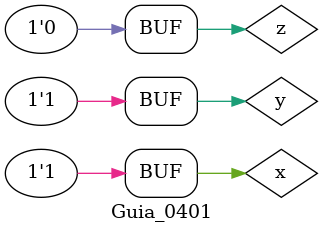
<source format=v>


module fxyzA(output s, 
            input  x, y, z); 
    assign s = x & (~y | ~z);  
endmodule // fxyzA

module fxyzB(output s, 
            input  x, y, z); 
    assign s = ~( x | ~y ) & z ;  
endmodule // fxyzB

module fxyzC(output s, 
            input  x, y, z); 
    assign s = ~( ~x & y ) & ~z ;  
endmodule // fxyzC 

module fxyzD(output s, 
            input  x, y, z); 
    assign s = ~( ~x & ~y ) & ~z; 
endmodule // fxyzD

module fxyzE(output s, 
            input  x, y, z); 
    assign s = ( x | y ) & ~( ~y & z ); 
endmodule // fxyzE

module Guia_0401; 
    reg   x, y, z; 
    wire  s1, s2, s3, s4, s5; 
    // instancias 
    fxyzA FXYZA (s1, x, y, z); 
    fxyzB FXYZB (s2, x, y, z); 
    fxyzC FXYZC (s3, x, y, z); 
    fxyzD FXYZD (s4, x, y, z); 
    fxyzE FXYZE (s5, x, y, z); 

    // valores iniciais 
    initial begin: start 
        x=1'bx; y=1'bx; z=1'bx;   // indefinidos 
    end 

    // parte principal 
    initial begin: main 
        // identificacao 
        $display("Guia_0401 - Test"); 

        // monitoramento
        $display("\na.)"); 
        $display(" x  y  z  = s1"); 
        $monitor("%2b %2b %2b  = %2b", x, y, z, s1); 
        // sinalizacao 
        #1  x=0; y=0; z=0;
        #1  x=0; y=0; z=1;
        #1  x=0; y=1; z=0;
        #1  x=0; y=1; z=1;
        #1  x=1; y=0; z=1;
        #1  x=1; y=0; z=0;
        #1  x=1; y=1; z=1;
        #1  x=1; y=1; z=0;

        $display("\nb.)"); 
        $display(" x  y  z  = s2"); 
        $monitor("%2b %2b %2b  = %2b", x, y, z, s2); 
        // sinalizacao 
        #1  x=0; y=0; z=0;
        #1  x=0; y=0; z=1;
        #1  x=0; y=1; z=0;
        #1  x=0; y=1; z=1;
        #1  x=1; y=0; z=1;
        #1  x=1; y=0; z=0;
        #1  x=1; y=1; z=1;
        #1  x=1; y=1; z=0;

        $display("\nc.)"); 
        $display(" x  y  z  = s3"); 
        $monitor("%2b %2b %2b  = %2b", x, y, z, s3); 
        // sinalizacao 
        #1  x=0; y=0; z=0;
        #1  x=0; y=0; z=1;
        #1  x=0; y=1; z=0;
        #1  x=0; y=1; z=1;
        #1  x=1; y=0; z=1;
        #1  x=1; y=0; z=0;
        #1  x=1; y=1; z=1;
        #1  x=1; y=1; z=0;

        $display("\nd.)"); 
        $display(" x  y  z  = s4"); 
        $monitor("%2b %2b %2b  = %2b", x, y, z, s4); 
        // sinalizacao 
        #1  x=0; y=0; z=0;
        #1  x=0; y=0; z=1;
        #1  x=0; y=1; z=0;
        #1  x=0; y=1; z=1;
        #1  x=1; y=0; z=1;
        #1  x=1; y=0; z=0;
        #1  x=1; y=1; z=1;
        #1  x=1; y=1; z=0;

        $display("\ne.)"); 
        $display(" x  y  z  = s5"); 
        $monitor("%2b %2b %2b  = %2b", x, y, z, s5); 
        // sinalizacao 
        #1  x=0; y=0; z=0;
        #1  x=0; y=0; z=1;
        #1  x=0; y=1; z=0;
        #1  x=0; y=1; z=1;
        #1  x=1; y=0; z=1;
        #1  x=1; y=0; z=0;
        #1  x=1; y=1; z=1;
        #1  x=1; y=1; z=0;
    end // end main

endmodule // Guia_0401 
</source>
